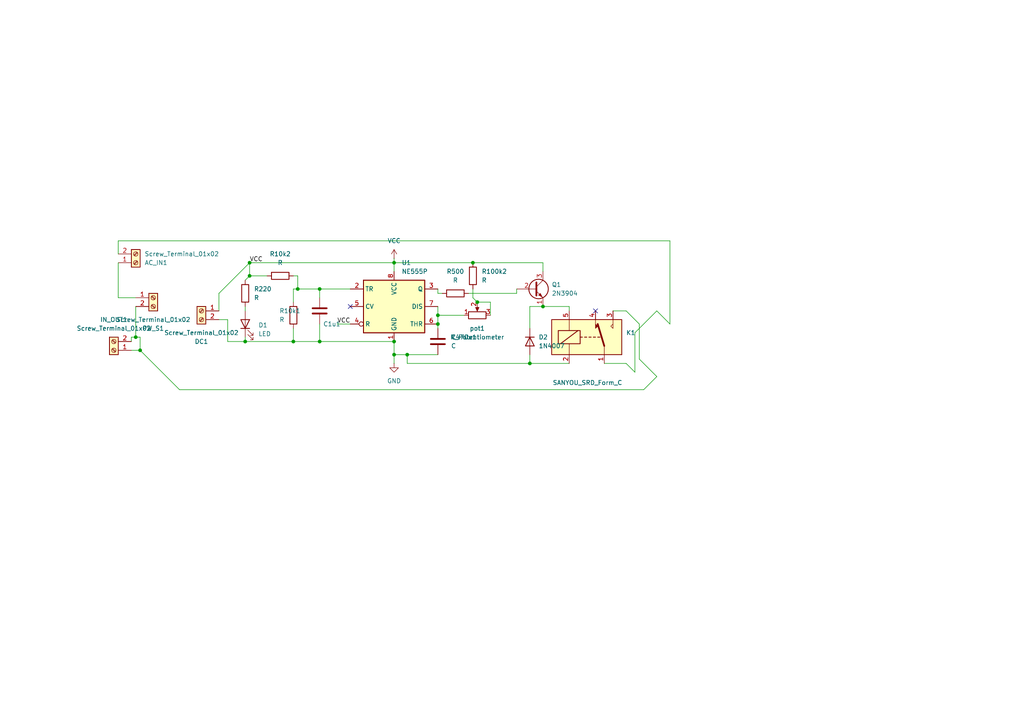
<source format=kicad_sch>
(kicad_sch (version 20250114) (generator "eeschema") (generator_version "9.0")
  (paper "A4")
  (lib_symbols
    (symbol "Connector:Screw_Terminal_01x02" (pin_names (offset 1.016) (hide yes))
      (property "Reference" "J" (at 0 2.54 0))
      (property "Value" "Screw_Terminal_01x02" (at 0 -5.08 0))
      (symbol "Screw_Terminal_01x02_1_1"
        (rectangle (start -1.27 1.27) (end 1.27 -3.81) (stroke (width 0.254)) (fill (type background)))
        (polyline (pts (xy -0.5334 0.3302) (xy 0.3302 -0.508)) (stroke (width 0.1524)))
        (polyline (pts (xy -0.5334 -2.2098) (xy 0.3302 -3.048)) (stroke (width 0.1524)))
        (polyline (pts (xy -0.3556 0.508) (xy 0.508 -0.3302)) (stroke (width 0.1524)))
        (polyline (pts (xy -0.3556 -2.032) (xy 0.508 -2.8702)) (stroke (width 0.1524)))
        (circle (center 0 0) (radius 0.635) (stroke (width 0.1524)))
        (circle (center 0 -2.54) (radius 0.635) (stroke (width 0.1524)))
        (pin passive line (at -5.08 0 0) (length 3.81) (name "Pin_1") (number "1"))
        (pin passive line (at -5.08 -2.54 0) (length 3.81) (name "Pin_2") (number "2"))
      )
    )
    (symbol "Device:C" (pin_numbers (hide yes)) (pin_names (offset 0.254))
      (property "Reference" "C" (at 0.635 2.54 0))
      (property "Value" "C" (at 0.635 -2.54 0))
      (symbol "C_0_1"
        (polyline (pts (xy -2.032 0.762) (xy 2.032 0.762)) (stroke (width 0.508)))
        (polyline (pts (xy -2.032 -0.762) (xy 2.032 -0.762)) (stroke (width 0.508)))
      )
      (symbol "C_1_1"
        (pin passive line (at 0 3.81 270) (length 2.794) (name "~") (number "1"))
        (pin passive line (at 0 -3.81 90) (length 2.794) (name "~") (number "2"))
      )
    )
    (symbol "Device:LED" (pin_numbers (hide yes)) (pin_names (offset 1.016) (hide yes))
      (property "Reference" "D" (at 0 2.54 0))
      (property "Value" "LED" (at 0 -2.54 0))
      (symbol "LED_0_1"
        (polyline (pts (xy -3.048 -0.762) (xy -4.572 -2.286) (xy -3.81 -2.286) (xy -4.572 -2.286) (xy -4.572 -1.524)))
        (polyline (pts (xy -1.778 -0.762) (xy -3.302 -2.286) (xy -2.54 -2.286) (xy -3.302 -2.286) (xy -3.302 -1.524)))
        (polyline (pts (xy -1.27 0) (xy 1.27 0)))
        (polyline (pts (xy -1.27 -1.27) (xy -1.27 1.27)) (stroke (width 0.254)))
        (polyline (pts (xy 1.27 -1.27) (xy 1.27 1.27) (xy -1.27 0) (xy 1.27 -1.27)) (stroke (width 0.254)))
      )
      (symbol "LED_1_1"
        (pin passive line (at -3.81 0 0) (length 2.54) (name "K") (number "1"))
        (pin passive line (at 3.81 0 180) (length 2.54) (name "A") (number "2"))
      )
    )
    (symbol "Device:R" (pin_numbers (hide yes)) (pin_names (offset 0))
      (property "Reference" "R" (at 2.032 0 90))
      (property "Value" "R" (at 0 0 90))
      (symbol "R_0_1"
        (rectangle (start -1.016 -2.54) (end 1.016 2.54) (stroke (width 0.254)))
      )
      (symbol "R_1_1"
        (pin passive line (at 0 3.81 270) (length 1.27) (name "~") (number "1"))
        (pin passive line (at 0 -3.81 90) (length 1.27) (name "~") (number "2"))
      )
    )
    (symbol "Device:R_Potentiometer" (pin_names (offset 1.016) (hide yes))
      (property "Reference" "RV" (at -4.445 0 90))
      (property "Value" "R_Potentiometer" (at -2.54 0 90))
      (symbol "R_Potentiometer_0_1"
        (rectangle (start 1.016 2.54) (end -1.016 -2.54) (stroke (width 0.254)))
        (polyline (pts (xy 1.143 0) (xy 2.286 0.508) (xy 2.286 -0.508) (xy 1.143 0)) (fill (type outline)))
        (polyline (pts (xy 2.54 0) (xy 1.524 0)))
      )
      (symbol "R_Potentiometer_1_1"
        (pin passive line (at 0 3.81 270) (length 1.27) (name "1") (number "1"))
        (pin passive line (at 0 -3.81 90) (length 1.27) (name "3") (number "3"))
        (pin passive line (at 3.81 0 180) (length 1.27) (name "2") (number "2"))
      )
    )
    (symbol "Diode:1N4007" (pin_numbers (hide yes)) (pin_names (hide yes))
      (property "Reference" "D" (at 0 2.54 0))
      (property "Value" "1N4007" (at 0 -2.54 0))
      (symbol "1N4007_0_1"
        (polyline (pts (xy -1.27 1.27) (xy -1.27 -1.27)) (stroke (width 0.254)))
        (polyline (pts (xy 1.27 1.27) (xy 1.27 -1.27) (xy -1.27 0) (xy 1.27 1.27)) (stroke (width 0.254)))
        (polyline (pts (xy 1.27 0) (xy -1.27 0)))
      )
      (symbol "1N4007_1_1"
        (pin passive line (at -3.81 0 0) (length 2.54) (name "K") (number "1"))
        (pin passive line (at 3.81 0 180) (length 2.54) (name "A") (number "2"))
      )
    )
    (symbol "Relay:SANYOU_SRD_Form_C"
      (property "Reference" "K" (at 11.43 3.81 0))
      (property "Value" "SANYOU_SRD_Form_C" (at 11.43 1.27 0))
      (symbol "SANYOU_SRD_Form_C_0_0"
        (polyline (pts (xy 7.62 5.08) (xy 7.62 2.54) (xy 6.985 3.175) (xy 7.62 3.81)))
      )
      (symbol "SANYOU_SRD_Form_C_0_1"
        (rectangle (start -10.16 5.08) (end 10.16 -5.08) (stroke (width 0.254)) (fill (type background)))
        (rectangle (start -8.255 1.905) (end -1.905 -1.905) (stroke (width 0.254)))
        (polyline (pts (xy -7.62 -1.905) (xy -2.54 1.905)) (stroke (width 0.254)))
        (polyline (pts (xy -5.08 5.08) (xy -5.08 1.905)))
        (polyline (pts (xy -5.08 -5.08) (xy -5.08 -1.905)))
        (polyline (pts (xy -1.905 0) (xy -1.27 0)) (stroke (width 0.254)))
        (polyline (pts (xy -0.635 0) (xy 0 0)) (stroke (width 0.254)))
        (polyline (pts (xy 0.635 0) (xy 1.27 0)) (stroke (width 0.254)))
        (polyline (pts (xy 1.905 0) (xy 2.54 0)) (stroke (width 0.254)))
        (polyline (pts (xy 3.175 0) (xy 3.81 0)) (stroke (width 0.254)))
        (polyline (pts (xy 5.08 -2.54) (xy 3.175 3.81)) (stroke (width 0.508)))
        (polyline (pts (xy 5.08 -2.54) (xy 5.08 -5.08)))
      )
      (symbol "SANYOU_SRD_Form_C_1_1"
        (polyline (pts (xy 2.54 3.81) (xy 3.175 3.175) (xy 2.54 2.54) (xy 2.54 5.08)) (fill (type outline)))
        (pin passive line (at -5.08 7.62 270) (length 2.54) (name "~") (number "5"))
        (pin passive line (at -5.08 -7.62 90) (length 2.54) (name "~") (number "2"))
        (pin passive line (at 2.54 7.62 270) (length 2.54) (name "~") (number "4"))
        (pin passive line (at 5.08 -7.62 90) (length 2.54) (name "~") (number "1"))
        (pin passive line (at 7.62 7.62 270) (length 2.54) (name "~") (number "3"))
      )
    )
    (symbol "Timer:NE555P"
      (property "Reference" "U" (at -10.16 8.89 0))
      (property "Value" "NE555P" (at 2.54 8.89 0))
      (symbol "NE555P_0_0"
        (pin power_in line (at 0 10.16 270) (length 2.54) (name "VCC") (number "8"))
        (pin power_in line (at 0 -10.16 90) (length 2.54) (name "GND") (number "1"))
      )
      (symbol "NE555P_0_1"
        (rectangle (start -8.89 -7.62) (end 8.89 7.62) (stroke (width 0.254)) (fill (type background)))
        (rectangle (start -8.89 -7.62) (end 8.89 7.62) (stroke (width 0.254)) (fill (type background)))
      )
      (symbol "NE555P_1_1"
        (pin input line (at -12.7 5.08 0) (length 3.81) (name "TR") (number "2"))
        (pin input line (at -12.7 0 0) (length 3.81) (name "CV") (number "5"))
        (pin input inverted (at -12.7 -5.08 0) (length 3.81) (name "R") (number "4"))
        (pin output line (at 12.7 5.08 180) (length 3.81) (name "Q") (number "3"))
        (pin input line (at 12.7 0 180) (length 3.81) (name "DIS") (number "7"))
        (pin input line (at 12.7 -5.08 180) (length 3.81) (name "THR") (number "6"))
      )
    )
    (symbol "Transistor_BJT:2N3904" (pin_names (offset 0) (hide yes))
      (property "Reference" "Q" (at 5.08 1.905 0))
      (property "Value" "2N3904" (at 5.08 0 0))
      (symbol "2N3904_0_1"
        (polyline (pts (xy 0.635 1.905) (xy 0.635 -1.905) (xy 0.635 -1.905)) (stroke (width 0.508)))
        (polyline (pts (xy 0.635 0.635) (xy 2.54 2.54)))
        (polyline (pts (xy 0.635 -0.635) (xy 2.54 -2.54) (xy 2.54 -2.54)))
        (circle (center 1.27 0) (radius 2.8194) (stroke (width 0.254)))
        (polyline (pts (xy 1.27 -1.778) (xy 1.778 -1.27) (xy 2.286 -2.286) (xy 1.27 -1.778) (xy 1.27 -1.778)) (fill (type outline)))
      )
      (symbol "2N3904_1_1"
        (pin passive line (at -5.08 0 0) (length 5.715) (name "B") (number "2"))
        (pin passive line (at 2.54 5.08 270) (length 2.54) (name "C") (number "3"))
        (pin passive line (at 2.54 -5.08 90) (length 2.54) (name "E") (number "1"))
      )
    )
    (symbol "power:GND" (power) (pin_numbers (hide yes)) (pin_names (offset 0) (hide yes))
      (property "Value" "GND" (at 0 -3.81 0))
      (symbol "GND_0_1"
        (polyline (pts (xy 0 0) (xy 0 -1.27) (xy 1.27 -1.27) (xy 0 -2.54) (xy -1.27 -1.27) (xy 0 -1.27)))
      )
      (symbol "GND_1_1"
        (pin power_in line (at 0 0 270) (length 0) (name "~") (number "1"))
      )
    )
    (symbol "power:VCC" (power) (pin_numbers (hide yes)) (pin_names (offset 0) (hide yes))
      (property "Value" "VCC" (at 0 3.556 0))
      (symbol "VCC_0_1"
        (polyline (pts (xy -0.762 1.27) (xy 0 2.54)))
        (polyline (pts (xy 0 2.54) (xy 0.762 1.27)))
        (polyline (pts (xy 0 0) (xy 0 2.54)))
      )
      (symbol "VCC_1_1"
        (pin power_in line (at 0 0 90) (length 0) (name "~") (number "1"))
      )
    )
  )
  (junction (at 39.37 97.79))
  (junction (at 40.64 101.6))
  (junction (at 127 91.44))
  (junction (at 137.16 76.2))
  (junction (at 71.12 99.06))
  (junction (at 157.48 88.9))
  (junction (at 138.43 87.63))
  (junction (at 92.71 99.06))
  (junction (at 118.11 102.87))
  (junction (at 153.67 105.41))
  (junction (at 127 93.98))
  (junction (at 114.3 76.2))
  (junction (at 86.36 83.82))
  (junction (at 92.71 83.82))
  (junction (at 85.09 99.06))
  (junction (at 72.39 80.01))
  (junction (at 114.3 99.06))
  (junction (at 114.3 102.87))
  (junction (at 72.39 76.2))
  (no_connect (at 101.6 88.9))
  (no_connect (at 172.72 90.17))
  (wire (pts (xy 138.43 87.63) (xy 142.24 87.63)))
  (wire (pts (xy 194.31 69.85) (xy 34.29 69.85)))
  (wire (pts (xy 85.09 80.01) (xy 86.36 80.01)))
  (wire (pts (xy 86.36 83.82) (xy 92.71 83.82)))
  (wire (pts (xy 127 85.09) (xy 127 83.82)))
  (wire (pts (xy 114.3 76.2) (xy 137.16 76.2)))
  (wire (pts (xy 157.48 88.9) (xy 165.1 88.9)))
  (wire (pts (xy 135.89 85.09) (xy 149.86 85.09)))
  (wire (pts (xy 92.71 99.06) (xy 114.3 99.06)))
  (wire (pts (xy 127 102.87) (xy 118.11 102.87)))
  (wire (pts (xy 181.61 90.17) (xy 185.42 93.98)))
  (wire (pts (xy 97.79 93.98) (xy 101.6 93.98)))
  (wire (pts (xy 39.37 97.79) (xy 40.64 97.79)))
  (wire (pts (xy 34.29 69.85) (xy 34.29 73.66)))
  (wire (pts (xy 137.16 76.2) (xy 157.48 76.2)))
  (wire (pts (xy 85.09 95.25) (xy 85.09 99.06)))
  (wire (pts (xy 63.5 92.71) (xy 66.04 92.71)))
  (wire (pts (xy 38.1 101.6) (xy 40.64 101.6)))
  (wire (pts (xy 40.64 97.79) (xy 40.64 101.6)))
  (wire (pts (xy 52.07 113.03) (xy 40.64 101.6)))
  (wire (pts (xy 118.11 105.41) (xy 118.11 102.87)))
  (wire (pts (xy 92.71 93.98) (xy 92.71 99.06)))
  (wire (pts (xy 185.42 93.98) (xy 185.42 104.14)))
  (wire (pts (xy 34.29 76.2) (xy 34.29 86.36)))
  (wire (pts (xy 153.67 88.9) (xy 157.48 88.9)))
  (wire (pts (xy 184.15 96.52) (xy 190.5 90.17)))
  (wire (pts (xy 142.24 91.44) (xy 142.24 87.63)))
  (wire (pts (xy 71.12 88.9) (xy 71.12 90.17)))
  (wire (pts (xy 85.09 83.82) (xy 86.36 83.82)))
  (wire (pts (xy 177.8 90.17) (xy 181.61 90.17)))
  (wire (pts (xy 190.5 109.22) (xy 186.69 113.03)))
  (wire (pts (xy 86.36 80.01) (xy 86.36 83.82)))
  (wire (pts (xy 118.11 105.41) (xy 153.67 105.41)))
  (wire (pts (xy 153.67 105.41) (xy 165.1 105.41)))
  (wire (pts (xy 114.3 76.2) (xy 72.39 76.2)))
  (wire (pts (xy 85.09 83.82) (xy 85.09 87.63)))
  (wire (pts (xy 149.86 85.09) (xy 149.86 83.82)))
  (wire (pts (xy 127 91.44) (xy 127 93.98)))
  (wire (pts (xy 114.3 102.87) (xy 114.3 105.41)))
  (wire (pts (xy 38.1 97.79) (xy 38.1 99.06)))
  (wire (pts (xy 157.48 78.74) (xy 157.48 76.2)))
  (wire (pts (xy 66.04 99.06) (xy 71.12 99.06)))
  (wire (pts (xy 63.5 85.09) (xy 63.5 90.17)))
  (wire (pts (xy 72.39 76.2) (xy 72.39 80.01)))
  (wire (pts (xy 72.39 80.01) (xy 77.47 80.01)))
  (wire (pts (xy 71.12 99.06) (xy 85.09 99.06)))
  (wire (pts (xy 92.71 83.82) (xy 92.71 86.36)))
  (wire (pts (xy 85.09 99.06) (xy 92.71 99.06)))
  (wire (pts (xy 71.12 81.28) (xy 72.39 80.01)))
  (wire (pts (xy 114.3 102.87) (xy 114.3 99.06)))
  (wire (pts (xy 127 91.44) (xy 134.62 91.44)))
  (wire (pts (xy 186.69 113.03) (xy 52.07 113.03)))
  (wire (pts (xy 137.16 83.82) (xy 137.16 86.36)))
  (wire (pts (xy 184.15 107.95) (xy 184.15 96.52)))
  (wire (pts (xy 153.67 102.87) (xy 153.67 105.41)))
  (wire (pts (xy 153.67 95.25) (xy 153.67 88.9)))
  (wire (pts (xy 39.37 86.36) (xy 34.29 86.36)))
  (wire (pts (xy 71.12 97.79) (xy 71.12 99.06)))
  (wire (pts (xy 118.11 102.87) (xy 114.3 102.87)))
  (wire (pts (xy 185.42 104.14) (xy 190.5 109.22)))
  (wire (pts (xy 194.31 93.98) (xy 194.31 69.85)))
  (wire (pts (xy 38.1 97.79) (xy 39.37 97.79)))
  (wire (pts (xy 127 85.09) (xy 128.27 85.09)))
  (wire (pts (xy 137.16 86.36) (xy 138.43 87.63)))
  (wire (pts (xy 127 88.9) (xy 127 91.44)))
  (wire (pts (xy 63.5 85.09) (xy 72.39 76.2)))
  (wire (pts (xy 39.37 88.9) (xy 39.37 97.79)))
  (wire (pts (xy 92.71 83.82) (xy 101.6 83.82)))
  (wire (pts (xy 175.26 105.41) (xy 181.61 105.41)))
  (wire (pts (xy 165.1 88.9) (xy 165.1 90.17)))
  (wire (pts (xy 66.04 92.71) (xy 66.04 99.06)))
  (wire (pts (xy 114.3 78.74) (xy 114.3 76.2)))
  (wire (pts (xy 114.3 74.93) (xy 114.3 76.2)))
  (wire (pts (xy 127 95.25) (xy 127 93.98)))
  (wire (pts (xy 190.5 90.17) (xy 194.31 93.98)))
  (wire (pts (xy 181.61 105.41) (xy 184.15 107.95)))
  (label "VCC" (at 72.39 76.2 0))
  (label "VCC" (at 97.79 93.98 0))
  (symbol (lib_id "power:GND") (at 114.3 105.41 0) (unit 1)
    (property "Reference" "#PWR01" (effects (hide yes)))
    (property "Value" "GND" (at 114.3 110.49 0))
    (property "Description" "Power symbol creates a global label with name \"GND\" , ground" (effects (hide yes)))
  )
  (symbol (lib_id "Relay:SANYOU_SRD_Form_C") (at 170.18 97.79 0) (unit 1)
    (property "Reference" "K1" (at 181.61 96.5199 0) (effects (justify left)))
    (property "Value" "SANYOU_SRD_Form_C" (at 160.274 110.998 0) (effects (justify left)))
    (property "Footprint" "Relay_THT:Relay_SPDT_SANYOU_SRD_Series_Form_C" (effects (hide yes)))
    (property "Datasheet" "http://www.sanyourelay.ca/public/products/pdf/SRD.pdf" (effects (hide yes)))
    (property "Description" "Sanyo SRD relay, Single Pole Miniature Power Relay," (effects (hide yes)))
  )
  (symbol (lib_id "Device:R") (at 71.12 85.09 180) (unit 1)
    (property "Reference" "R220" (at 73.66 83.8199 0) (effects (justify right)))
    (property "Value" "R" (at 73.66 86.3599 0) (effects (justify right)))
    (property "Footprint" "Resistor_THT:R_Axial_DIN0309_L9.0mm_D3.2mm_P12.70mm_Horizontal" (effects (hide yes)))
    (property "Description" "Resistor" (effects (hide yes)))
  )
  (symbol (lib_id "power:VCC") (at 114.3 74.93 0) (unit 1)
    (property "Reference" "#PWR02" (effects (hide yes)))
    (property "Value" "VCC" (at 114.3 69.85 0))
    (property "Description" "Power symbol creates a global label with name \"VCC\"" (effects (hide yes)))
  )
  (symbol (lib_id "Diode:1N4007") (at 153.67 99.06 270) (unit 1)
    (property "Reference" "D2" (at 156.21 97.7899 90) (effects (justify left)))
    (property "Value" "1N4007" (at 156.21 100.3299 90) (effects (justify left)))
    (property "Footprint" "Diode_THT:D_DO-41_SOD81_P10.16mm_Horizontal" (effects (hide yes)))
    (property "Datasheet" "http://www.vishay.com/docs/88503/1n4001.pdf" (effects (hide yes)))
    (property "Description" "1000V 1A General Purpose Rectifier Diode, DO-41" (effects (hide yes)))
    (property "Sim.Device" "D" (effects (hide yes)))
    (property "Sim.Pins" "1=K 2=A" (effects (hide yes)))
  )
  (symbol (lib_id "Device:R") (at 81.28 80.01 90) (unit 1)
    (property "Reference" "R10k2" (at 81.28 73.66 90))
    (property "Value" "R" (at 81.28 76.2 90))
    (property "Footprint" "Resistor_THT:R_Axial_DIN0309_L9.0mm_D3.2mm_P12.70mm_Horizontal" (effects (hide yes)))
    (property "Description" "Resistor" (effects (hide yes)))
  )
  (symbol (lib_id "Device:C") (at 127 99.06 0) (unit 1)
    (property "Reference" "C470u1" (at 130.81 97.7899 0) (effects (justify left)))
    (property "Value" "C" (at 130.81 100.3299 0) (effects (justify left)))
    (property "Footprint" "Capacitor_THT:C_Radial_D10.0mm_H12.5mm_P5.00mm" (effects (hide yes)))
    (property "Description" "Unpolarized capacitor" (effects (hide yes)))
  )
  (symbol (lib_id "Timer:NE555P") (at 114.3 88.9 0) (unit 1)
    (property "Reference" "U1" (at 116.4941 76.2 0) (effects (justify left)))
    (property "Value" "NE555P" (at 116.4941 78.74 0) (effects (justify left)))
    (property "Footprint" "Package_DIP:DIP-8_W7.62mm" (effects (hide yes)))
    (property "Datasheet" "http://www.ti.com/lit/ds/symlink/ne555.pdf" (effects (hide yes)))
    (property "Description" "Precision Timers, 555 compatible,  PDIP-8" (effects (hide yes)))
  )
  (symbol (lib_id "Device:R") (at 85.09 91.44 180) (unit 1)
    (property "Reference" "R10k1" (at 81.026 90.17 0) (effects (justify right)))
    (property "Value" "R" (at 81.026 92.71 0) (effects (justify right)))
    (property "Footprint" "Resistor_THT:R_Axial_DIN0309_L9.0mm_D3.2mm_P12.70mm_Horizontal" (effects (hide yes)))
    (property "Description" "Resistor" (effects (hide yes)))
  )
  (symbol (lib_id "Device:R") (at 137.16 80.01 180) (unit 1)
    (property "Reference" "R100k2" (at 139.7 78.7399 0) (effects (justify right)))
    (property "Value" "R" (at 139.7 81.2799 0) (effects (justify right)))
    (property "Footprint" "Resistor_THT:R_Axial_DIN0309_L9.0mm_D3.2mm_P12.70mm_Horizontal" (effects (hide yes)))
    (property "Description" "Resistor" (effects (hide yes)))
  )
  (symbol (lib_id "Transistor_BJT:2N3904") (at 154.94 83.82 0) (unit 1)
    (property "Reference" "Q1" (at 160.02 82.5499 0) (effects (justify left)))
    (property "Value" "2N3904" (at 160.02 85.0899 0) (effects (justify left)))
    (property "Footprint" "Package_TO_SOT_THT:TO-92L_Inline" (effects (hide yes)))
    (property "Datasheet" "https://www.onsemi.com/pub/Collateral/2N3903-D.PDF" (effects (hide yes)))
    (property "Description" "0.2A Ic, 40V Vce, Small Signal NPN Transistor, TO-92" (effects (hide yes)))
  )
  (symbol (lib_id "Device:C") (at 92.71 90.17 0) (unit 1)
    (property "Reference" "C1u1" (at 93.726 93.98 0) (effects (justify left)))
    (property "Value" "C" (effects (hide yes)))
    (property "Footprint" "Capacitor_THT:C_Radial_D5.0mm_H11.0mm_P2.00mm" (effects (hide yes)))
    (property "Description" "Unpolarized capacitor" (effects (hide yes)))
  )
  (symbol (lib_id "Connector:Screw_Terminal_01x02") (at 39.37 76.2 0) (mirror x) (unit 1)
    (property "Reference" "AC_IN1" (at 41.91 76.2001 0) (effects (justify left)))
    (property "Value" "Screw_Terminal_01x02" (at 41.91 73.6601 0) (effects (justify left)))
    (property "Footprint" "TerminalBlock_MetzConnect:TerminalBlock_MetzConnect_Type175_RT02702HBLC_1x02_P7.50mm_Horizontal" (effects (hide yes)))
    (property "Description" "Generic screw terminal, single row, 01x02, script generated (kicad-library-utils/schlib/autogen/connector/)" (effects (hide yes)))
  )
  (symbol (lib_id "Device:R") (at 132.08 85.09 90) (unit 1)
    (property "Reference" "R500" (at 132.08 78.74 90))
    (property "Value" "R" (at 132.08 81.28 90))
    (property "Footprint" "Resistor_THT:R_Axial_DIN0309_L9.0mm_D3.2mm_P12.70mm_Horizontal" (effects (hide yes)))
    (property "Description" "Resistor" (effects (hide yes)))
  )
  (symbol (lib_id "Connector:Screw_Terminal_01x02") (at 33.02 101.6 180) (unit 1)
    (property "Reference" "IN_OUT1" (at 33.02 92.71 0))
    (property "Value" "Screw_Terminal_01x02" (at 33.02 95.25 0))
    (property "Footprint" "TerminalBlock_MetzConnect:TerminalBlock_MetzConnect_Type175_RT02702HBLC_1x02_P7.50mm_Horizontal" (effects (hide yes)))
    (property "Description" "Generic screw terminal, single row, 01x02, script generated (kicad-library-utils/schlib/autogen/connector/)" (effects (hide yes)))
  )
  (symbol (lib_id "Device:R_Potentiometer") (at 138.43 91.44 90) (unit 1)
    (property "Reference" "pot1" (at 138.43 95.25 90))
    (property "Value" "R_Potentiometer" (at 138.43 97.79 90))
    (property "Footprint" "Potentiometer_THT:Potentiometer_Alps_RK163_Single_Horizontal" (effects (hide yes)))
    (property "Description" "Potentiometer" (effects (hide yes)))
  )
  (symbol (lib_id "Connector:Screw_Terminal_01x02") (at 58.42 90.17 0) (mirror y) (unit 1)
    (property "Reference" "DC1" (at 58.42 99.06 0))
    (property "Value" "Screw_Terminal_01x02" (at 58.42 96.52 0))
    (property "Footprint" "TerminalBlock:TerminalBlock_MaiXu_MX126-5.0-02P_1x02_P5.00mm" (effects (hide yes)))
    (property "Description" "Generic screw terminal, single row, 01x02, script generated (kicad-library-utils/schlib/autogen/connector/)" (effects (hide yes)))
  )
  (symbol (lib_id "Connector:Screw_Terminal_01x02") (at 44.45 86.36 0) (unit 1)
    (property "Reference" "PW_S1" (at 44.45 95.25 0))
    (property "Value" "Screw_Terminal_01x02" (at 44.45 92.71 0))
    (property "Footprint" "TerminalBlock_MetzConnect:TerminalBlock_MetzConnect_Type175_RT02702HBLC_1x02_P7.50mm_Horizontal" (effects (hide yes)))
    (property "Description" "Generic screw terminal, single row, 01x02, script generated (kicad-library-utils/schlib/autogen/connector/)" (effects (hide yes)))
  )
  (symbol (lib_id "Device:LED") (at 71.12 93.98 90) (unit 1)
    (property "Reference" "D1" (at 74.93 94.2974 90) (effects (justify right)))
    (property "Value" "LED" (at 74.93 96.8374 90) (effects (justify right)))
    (property "Footprint" "LED_THT:LED_D3.0mm" (effects (hide yes)))
    (property "Description" "Light emitting diode" (effects (hide yes)))
  )
)
</source>
